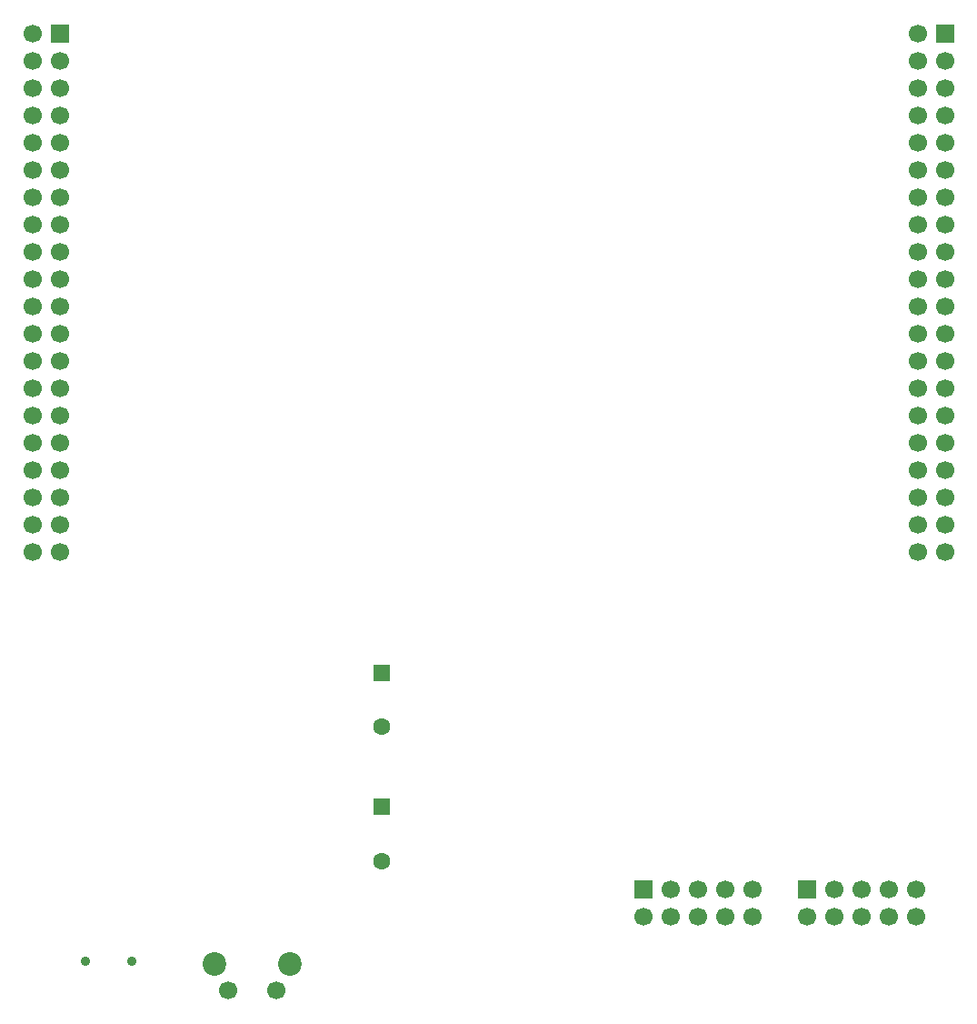
<source format=gbs>
%TF.GenerationSoftware,KiCad,Pcbnew,9.0.5-9.0.5~ubuntu25.04.1*%
%TF.CreationDate,2025-10-12T20:46:25+02:00*%
%TF.ProjectId,CPU,4350552e-6b69-4636-9164-5f7063625858,rev?*%
%TF.SameCoordinates,Original*%
%TF.FileFunction,Soldermask,Bot*%
%TF.FilePolarity,Negative*%
%FSLAX46Y46*%
G04 Gerber Fmt 4.6, Leading zero omitted, Abs format (unit mm)*
G04 Created by KiCad (PCBNEW 9.0.5-9.0.5~ubuntu25.04.1) date 2025-10-12 20:46:25*
%MOMM*%
%LPD*%
G01*
G04 APERTURE LIST*
%ADD10R,1.600000X1.600000*%
%ADD11C,1.600000*%
%ADD12R,1.700000X1.700000*%
%ADD13C,1.700000*%
%ADD14C,2.200000*%
%ADD15C,0.900000*%
G04 APERTURE END LIST*
D10*
%TO.C,C201*%
X165000000Y-121500000D03*
D11*
X165000000Y-126500000D03*
%TD*%
D12*
%TO.C,J602*%
X189464000Y-141695000D03*
D13*
X189464000Y-144235000D03*
X192004000Y-141695000D03*
X192004000Y-144235000D03*
X194544000Y-141695000D03*
X194544000Y-144235000D03*
X197084000Y-141695000D03*
X197084000Y-144235000D03*
X199624000Y-141695000D03*
X199624000Y-144235000D03*
%TD*%
D14*
%TO.C,SW102*%
X156500000Y-148575000D03*
X149500000Y-148575000D03*
D13*
X155250000Y-151075000D03*
X150750000Y-151075000D03*
%TD*%
D15*
%TO.C,J101*%
X137400000Y-148327000D03*
X141800000Y-148327000D03*
%TD*%
D10*
%TO.C,C202*%
X165000000Y-134000000D03*
D11*
X165000000Y-139000000D03*
%TD*%
D12*
%TO.C,J501*%
X135040000Y-62000000D03*
D13*
X132500000Y-62000000D03*
X135040000Y-64540000D03*
X132500000Y-64540000D03*
X135040000Y-67080000D03*
X132500000Y-67080000D03*
X135040000Y-69620000D03*
X132500000Y-69620000D03*
X135040000Y-72160000D03*
X132500000Y-72160000D03*
X135040000Y-74700000D03*
X132500000Y-74700000D03*
X135040000Y-77240000D03*
X132500000Y-77240000D03*
X135040000Y-79780000D03*
X132500000Y-79780000D03*
X135040000Y-82320000D03*
X132500000Y-82320000D03*
X135040000Y-84860000D03*
X132500000Y-84860000D03*
X135040000Y-87400000D03*
X132500000Y-87400000D03*
X135040000Y-89940000D03*
X132500000Y-89940000D03*
X135040000Y-92480000D03*
X132500000Y-92480000D03*
X135040000Y-95020000D03*
X132500000Y-95020000D03*
X135040000Y-97560000D03*
X132500000Y-97560000D03*
X135040000Y-100100000D03*
X132500000Y-100100000D03*
X135040000Y-102640000D03*
X132500000Y-102640000D03*
X135040000Y-105180000D03*
X132500000Y-105180000D03*
X135040000Y-107720000D03*
X132500000Y-107720000D03*
X135040000Y-110260000D03*
X132500000Y-110260000D03*
%TD*%
D12*
%TO.C,J601*%
X204704000Y-141695000D03*
D13*
X204704000Y-144235000D03*
X207244000Y-141695000D03*
X207244000Y-144235000D03*
X209784000Y-141695000D03*
X209784000Y-144235000D03*
X212324000Y-141695000D03*
X212324000Y-144235000D03*
X214864000Y-141695000D03*
X214864000Y-144235000D03*
%TD*%
D12*
%TO.C,J502*%
X217500000Y-62000000D03*
D13*
X214960000Y-62000000D03*
X217500000Y-64540000D03*
X214960000Y-64540000D03*
X217500000Y-67080000D03*
X214960000Y-67080000D03*
X217500000Y-69620000D03*
X214960000Y-69620000D03*
X217500000Y-72160000D03*
X214960000Y-72160000D03*
X217500000Y-74700000D03*
X214960000Y-74700000D03*
X217500000Y-77240000D03*
X214960000Y-77240000D03*
X217500000Y-79780000D03*
X214960000Y-79780000D03*
X217500000Y-82320000D03*
X214960000Y-82320000D03*
X217500000Y-84860000D03*
X214960000Y-84860000D03*
X217500000Y-87400000D03*
X214960000Y-87400000D03*
X217500000Y-89940000D03*
X214960000Y-89940000D03*
X217500000Y-92480000D03*
X214960000Y-92480000D03*
X217500000Y-95020000D03*
X214960000Y-95020000D03*
X217500000Y-97560000D03*
X214960000Y-97560000D03*
X217500000Y-100100000D03*
X214960000Y-100100000D03*
X217500000Y-102640000D03*
X214960000Y-102640000D03*
X217500000Y-105180000D03*
X214960000Y-105180000D03*
X217500000Y-107720000D03*
X214960000Y-107720000D03*
X217500000Y-110260000D03*
X214960000Y-110260000D03*
%TD*%
M02*

</source>
